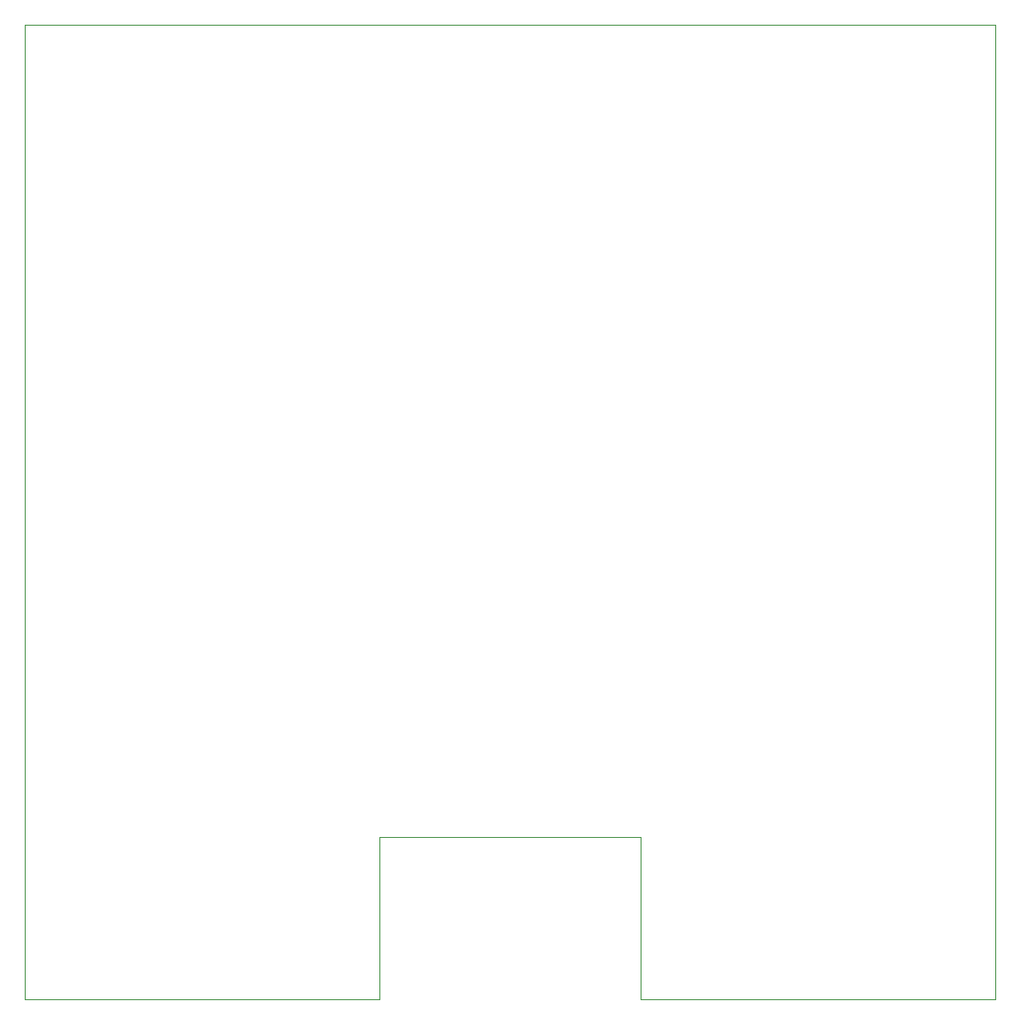
<source format=gbr>
%TF.GenerationSoftware,KiCad,Pcbnew,8.0.0*%
%TF.CreationDate,2024-07-22T23:58:40-03:00*%
%TF.ProjectId,PCB_Micro,5043425f-4d69-4637-926f-2e6b69636164,rev?*%
%TF.SameCoordinates,Original*%
%TF.FileFunction,Profile,NP*%
%FSLAX46Y46*%
G04 Gerber Fmt 4.6, Leading zero omitted, Abs format (unit mm)*
G04 Created by KiCad (PCBNEW 8.0.0) date 2024-07-22 23:58:40*
%MOMM*%
%LPD*%
G01*
G04 APERTURE LIST*
%TA.AperFunction,Profile*%
%ADD10C,0.100000*%
%TD*%
G04 APERTURE END LIST*
D10*
X205740000Y-151892000D02*
X172974000Y-151892000D01*
X172974000Y-136906000D01*
X148844000Y-136906000D01*
X148844000Y-151892000D01*
X116078000Y-151892000D01*
X116078000Y-61870000D01*
X205740000Y-61870000D01*
X205740000Y-151892000D01*
M02*

</source>
